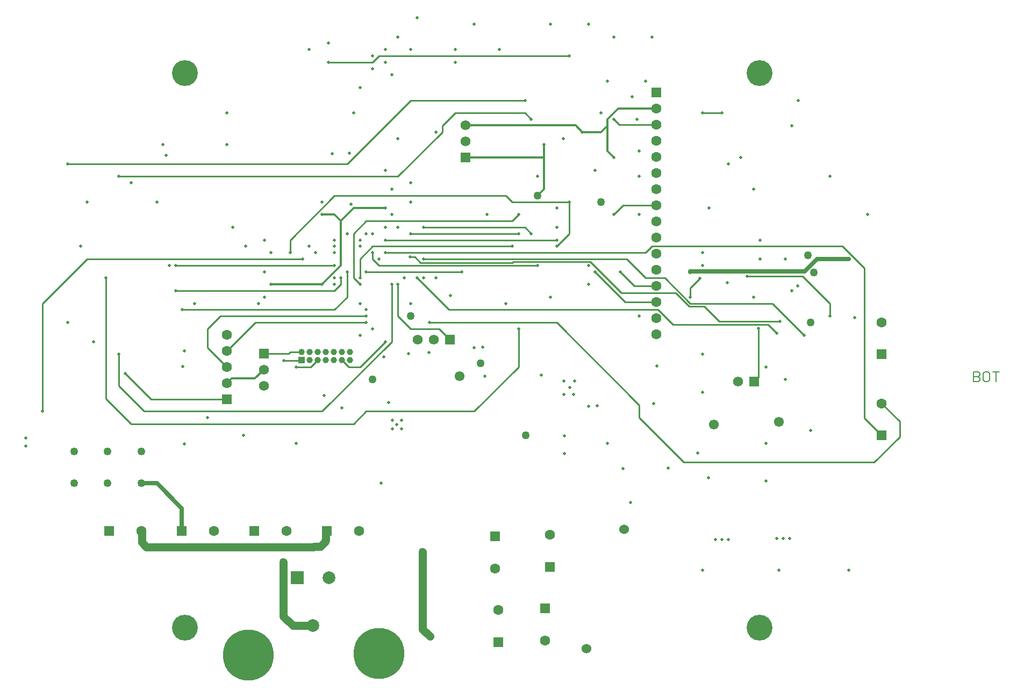
<source format=gbr>
%TF.GenerationSoftware,Altium Limited,Altium Designer,21.0.9 (235)*%
G04 Layer_Physical_Order=4*
G04 Layer_Color=16711680*
%FSLAX26Y26*%
%MOIN*%
%TF.SameCoordinates,5BE5EA85-216B-4E4C-B8B6-EAA837D7D1E1*%
%TF.FilePolarity,Positive*%
%TF.FileFunction,Copper,L4,Bot,Signal*%
%TF.Part,Single*%
G01*
G75*
%TA.AperFunction,Conductor*%
%ADD96C,0.010000*%
%ADD98C,0.025000*%
%ADD99C,0.012000*%
%ADD104C,0.050000*%
%TA.AperFunction,NonConductor*%
%ADD105C,0.006000*%
%TA.AperFunction,ComponentPad*%
%ADD106R,0.061811X0.061811*%
%ADD107C,0.061811*%
%ADD108C,0.078740*%
%ADD109R,0.078740X0.078740*%
%ADD110C,0.314961*%
%ADD111C,0.061024*%
%ADD112C,0.049213*%
%ADD113C,0.062992*%
%ADD114R,0.062992X0.062992*%
%TA.AperFunction,ViaPad*%
%ADD115C,0.160000*%
%TA.AperFunction,ComponentPad*%
%ADD116C,0.060000*%
%ADD117R,0.062992X0.062992*%
%ADD118R,0.039370X0.039370*%
%ADD119C,0.039370*%
%ADD120R,0.061811X0.061811*%
%TA.AperFunction,ViaPad*%
%ADD121C,0.020000*%
%ADD122C,0.019685*%
%ADD123C,0.050000*%
D96*
X7391315Y5128370D02*
X7559055Y4960630D01*
X7047244Y5128370D02*
X7391315D01*
X6685458Y4942630D02*
X6780519D01*
X6875148Y4848000D01*
X7118000Y4804294D02*
Y4807000D01*
X7115905Y4802199D02*
X7118000Y4804294D01*
X6495253Y4921260D02*
X6586513Y4830000D01*
X5196850Y4921260D02*
X6495253D01*
X6586513Y4830000D02*
X7176000D01*
X6603087Y5025000D02*
X6685458Y4942630D01*
X7115905Y4500905D02*
Y4802199D01*
X6267147Y5025000D02*
X6603087D01*
X6289842Y4970000D02*
X6485000D01*
X7176000Y4830000D02*
X7230000Y4776000D01*
X6875148Y4848000D02*
X7249000D01*
X7204724Y4960630D02*
X7401575Y4763779D01*
X6692913Y4960630D02*
X7204724D01*
X5000000Y5118110D02*
X5196850Y4921260D01*
X6535433Y5118110D02*
X6692913Y4960630D01*
X4724409Y5236221D02*
X4765252Y5195378D01*
X6073926Y5218221D02*
X6267147Y5025000D01*
X5596860Y5218221D02*
X6073926D01*
X5592018Y5213378D02*
X5596860Y5218221D01*
X4987458Y5248000D02*
X5022080Y5213378D01*
X4958000Y5248000D02*
X4987458D01*
X5022080Y5213378D02*
X5592018D01*
X4765252Y5195378D02*
X5748032D01*
X6347323Y5070000D02*
X6485000D01*
X6259842Y5157480D02*
X6347323Y5070000D01*
X6417323Y5118110D02*
X6535433D01*
X5039370Y5236221D02*
X6299213D01*
X6692913Y5000000D02*
Y5055913D01*
X6299213Y5236221D02*
X6417323Y5118110D01*
Y5275591D02*
X6456693Y5314961D01*
X4803150Y5275591D02*
X6417323D01*
X6692913Y5055913D02*
X6754000Y5117000D01*
X4763779Y6496063D02*
X5944882D01*
X4724409Y6456693D02*
X4763779Y6496063D01*
X4448819Y6456693D02*
X4724409D01*
X4566929Y5000000D02*
Y5157480D01*
X4488189Y4921260D02*
X4566929Y5000000D01*
X3543307Y4921260D02*
X4488189D01*
X3503937Y5196850D02*
X4488189D01*
X3188976Y4527559D02*
X3351535Y4365000D01*
X3821220D01*
X3503937Y5039370D02*
X4488189D01*
X4527559Y5078740D01*
Y5118110D01*
X5629921Y4566929D02*
Y4803150D01*
X5354331Y4291339D02*
X5629921Y4566929D01*
X4685039Y4291339D02*
X5354331D01*
X4606299Y4212598D02*
X4685039Y4291339D01*
X3228347Y4212598D02*
X4606299D01*
X3070866Y4370079D02*
X3228347Y4212598D01*
X3070866Y4370079D02*
Y5118110D01*
X3149606Y4448819D02*
Y4645669D01*
Y4448819D02*
X3307087Y4291339D01*
X4409449D01*
X4842520Y4724409D01*
Y5078740D01*
X4960630Y6220472D02*
X5669291D01*
X4566929Y5826772D02*
X4960630Y6220472D01*
X2834646Y5826772D02*
X4566929D01*
X3149606Y5748032D02*
X4881890D01*
X5157480Y6023622D01*
Y6062992D01*
X5236221Y6141732D01*
X5669291D01*
X5708661Y6102362D01*
X7559055Y4881890D02*
Y4960630D01*
X6278661Y5570000D02*
X6485000D01*
X6220472Y5511811D02*
X6278661Y5570000D01*
X6102362Y5157480D02*
X6289842Y4970000D01*
X4212598Y5275591D02*
Y5354331D01*
X4488189Y5629921D01*
X5551181D01*
X5590551Y5590551D01*
X5944882D01*
X5866142Y5314961D02*
X5944882Y5393701D01*
Y5590551D01*
X6252835Y6070000D02*
X6485000D01*
X6220472Y6102362D02*
X6252835Y6070000D01*
X6771654Y6141732D02*
X6889764D01*
X7090000Y4475000D02*
X7115905Y4500905D01*
X4606299Y5118110D02*
X4645669Y5078740D01*
X4606299Y5118110D02*
Y5393701D01*
X4685039Y5472441D01*
X5590551D01*
X5629921Y5511811D01*
X4645669Y5118110D02*
Y5236221D01*
X4724409Y5314961D01*
X5590551D01*
X4803150Y5354331D02*
X5866142D01*
X5669291Y5433071D02*
X5708661Y5393701D01*
X5039370Y5433071D02*
X5669291D01*
X4960630Y5393701D02*
X5629921D01*
X4724409Y5236221D02*
Y5275591D01*
X4685039Y5157480D02*
X5275591D01*
X3779528Y4881890D02*
X4685039D01*
X3700787Y4803150D02*
X3779528Y4881890D01*
X3700787Y4685433D02*
Y4803150D01*
Y4685433D02*
X3821220Y4565000D01*
X5078740Y4842520D02*
X5866142D01*
X6377953Y4330709D01*
Y4251968D02*
Y4330709D01*
Y4251968D02*
X6653543Y3976378D01*
X7834646D01*
X7992126Y4133858D01*
Y4227874D01*
X7880000Y4340000D02*
X7992126Y4227874D01*
X6456693Y5314961D02*
X7637795D01*
X7773382Y5179374D01*
Y4249767D02*
Y5179374D01*
Y4249767D02*
X7880000Y4143150D01*
X4281299Y4606299D02*
X4285000Y4610000D01*
X4173228Y4606299D02*
X4281299D01*
X4341929Y4566929D02*
X4385000Y4610000D01*
X4251968Y4566929D02*
X4341929D01*
X3998740Y4842520D02*
X4685039D01*
X3821220Y4665000D02*
X3998740Y4842520D01*
X4881890Y4881890D02*
Y5078740D01*
Y4881890D02*
X4960630Y4803150D01*
X5136850D01*
X5205000Y4735000D01*
X2952756Y5236221D02*
X4291339D01*
X2677165Y4960630D02*
X2952756Y5236221D01*
X2677165Y4291339D02*
Y4960630D01*
X4212598Y4660000D02*
X4285000D01*
X4202598Y4650000D02*
X4212598Y4660000D01*
X4050000Y4650000D02*
X4202598D01*
X4645669Y4566929D02*
X4803150Y4724409D01*
X4578071Y4566929D02*
X4645669D01*
X4535000Y4610000D02*
X4578071Y4566929D01*
X5911500Y4397500D02*
X5912000Y4397000D01*
X5911000Y4478000D02*
X5911500Y4477500D01*
D98*
X6694146Y5158713D02*
X7402807D01*
X6692913Y5157480D02*
X6694146Y5158713D01*
X7402807D02*
X7480315Y5236221D01*
X3290000Y3845000D02*
X3385827D01*
X3540000Y3690827D01*
Y3550000D02*
Y3690827D01*
X7480315Y5236221D02*
X7677165D01*
D99*
X5786260Y5865000D02*
X5787402Y5866142D01*
X5300000Y5865000D02*
X5786260D01*
X4409449Y5511811D02*
X4488189D01*
X4527559Y5472441D01*
X3994905Y4494905D02*
X4050000Y4550000D01*
X3851126Y4494905D02*
X3994905D01*
X3821220Y4465000D02*
X3851126Y4494905D01*
X4094488Y5078740D02*
X4409449D01*
X4527559Y5472441D02*
X4606299Y5551181D01*
X4803150D01*
X4409449Y5078740D02*
X4527559Y5196850D01*
Y5472441D01*
X5787402Y5866142D02*
Y5944882D01*
Y5669291D02*
Y5866142D01*
X5748032Y5629921D02*
X5787402Y5669291D01*
X6181102Y6062992D02*
Y6102362D01*
X6248740Y6170000D01*
X6485000D01*
X6141732Y6023622D02*
X6181102Y6062992D01*
X6023622Y6023622D02*
X6141732D01*
X6181102Y5905512D02*
Y6062992D01*
Y5905512D02*
X6220472Y5866142D01*
X5300000Y6065000D02*
X5982244D01*
X6023622Y6023622D01*
D104*
X4172000Y3020000D02*
Y3355000D01*
Y3020000D02*
X4228850Y2963150D01*
X4355000D01*
X5035000Y2941000D02*
X5079000Y2897000D01*
X5035000Y2941000D02*
Y3420000D01*
X3290000Y3550000D02*
X3292486Y3547514D01*
Y3479289D02*
Y3547514D01*
Y3479289D02*
X3321775Y3450000D01*
X4358000D01*
X4360000Y3452000D01*
X4400711D01*
X4430000Y3481289D01*
Y3491000D01*
X4433504Y3494504D01*
Y3543504D01*
X4440000Y3550000D01*
D105*
X8451000Y4535981D02*
Y4476000D01*
X8480990D01*
X8490987Y4485997D01*
Y4495993D01*
X8480990Y4505990D01*
X8451000D01*
X8480990D01*
X8490987Y4515987D01*
Y4525984D01*
X8480990Y4535981D01*
X8451000D01*
X8540971D02*
X8520977D01*
X8510981Y4525984D01*
Y4485997D01*
X8520977Y4476000D01*
X8540971D01*
X8550968Y4485997D01*
Y4525984D01*
X8540971Y4535981D01*
X8570961D02*
X8610948D01*
X8590955D01*
Y4476000D01*
D106*
X7090000Y4475000D02*
D03*
X5205000Y4735000D02*
D03*
D107*
X6990000Y4475000D02*
D03*
X5105000Y4735000D02*
D03*
X5005000D02*
D03*
X5300000Y5965000D02*
D03*
Y6065000D02*
D03*
X4050000Y4550000D02*
D03*
Y4450000D02*
D03*
D108*
X4453425Y3258425D02*
D03*
X4355000Y2963150D02*
D03*
D109*
X4256575Y3258425D02*
D03*
D110*
X3955000Y2780000D02*
D03*
X4765000Y2790000D02*
D03*
D111*
X6840000Y4210000D02*
D03*
X7245000Y4225000D02*
D03*
X5265000Y4510000D02*
D03*
D112*
X3290000Y3845000D02*
D03*
Y4041850D02*
D03*
X3080000Y3846575D02*
D03*
Y4043425D02*
D03*
X2875000Y3846575D02*
D03*
Y4043425D02*
D03*
D113*
X3740000Y3550000D02*
D03*
X3290000D02*
D03*
X4190000D02*
D03*
X3821220Y4765000D02*
D03*
Y4665000D02*
D03*
Y4465000D02*
D03*
Y4565000D02*
D03*
X5795000Y2870000D02*
D03*
X5825000Y3525000D02*
D03*
X5505000Y3060000D02*
D03*
X5485000Y3315000D02*
D03*
X4640000Y3550000D02*
D03*
X6485000Y4770000D02*
D03*
Y4870000D02*
D03*
Y5170000D02*
D03*
Y5270000D02*
D03*
Y5370000D02*
D03*
Y5570000D02*
D03*
Y5670000D02*
D03*
Y5870000D02*
D03*
Y6070000D02*
D03*
Y6170000D02*
D03*
Y5970000D02*
D03*
Y5770000D02*
D03*
Y5470000D02*
D03*
Y5070000D02*
D03*
Y4970000D02*
D03*
X7880000Y4340000D02*
D03*
Y4843425D02*
D03*
D114*
X3540000Y3550000D02*
D03*
X3090000D02*
D03*
X3990000D02*
D03*
X3821220Y4365000D02*
D03*
X4440000Y3550000D02*
D03*
X6485000Y6270000D02*
D03*
X7880000Y4143150D02*
D03*
Y4646575D02*
D03*
D115*
X7123627Y2950592D02*
D03*
X3561127D02*
D03*
Y6388092D02*
D03*
X7123627D02*
D03*
D116*
X6050000Y2820000D02*
D03*
X6282283Y3560157D02*
D03*
D117*
X5795000Y3070000D02*
D03*
X5825000Y3325000D02*
D03*
X5505000Y2860000D02*
D03*
X5485000Y3515000D02*
D03*
D118*
X4285000Y4610000D02*
D03*
D119*
Y4660000D02*
D03*
X4335000Y4610000D02*
D03*
Y4660000D02*
D03*
X4385000Y4610000D02*
D03*
Y4660000D02*
D03*
X4435000Y4610000D02*
D03*
Y4660000D02*
D03*
X4485000Y4610000D02*
D03*
Y4660000D02*
D03*
X4535000Y4610000D02*
D03*
Y4660000D02*
D03*
X4585000Y4610000D02*
D03*
Y4660000D02*
D03*
D120*
X5300000Y5865000D02*
D03*
X4050000Y4650000D02*
D03*
D121*
X7714000Y4874000D02*
D03*
X4823000Y4346000D02*
D03*
X6365000Y6102000D02*
D03*
X6333000Y6244000D02*
D03*
X5073000Y4655000D02*
D03*
X4947000Y4648000D02*
D03*
X5208000Y5010000D02*
D03*
X3548000Y4570000D02*
D03*
X3556000Y4667000D02*
D03*
X3445000Y5881000D02*
D03*
X2575000Y4075000D02*
D03*
Y4125000D02*
D03*
X6925000Y5088158D02*
D03*
X7249000Y4848000D02*
D03*
X7118000Y4807000D02*
D03*
X6754000Y5117000D02*
D03*
X4958000Y5248000D02*
D03*
X5946000Y4439000D02*
D03*
X5977000Y4479000D02*
D03*
X5911000Y4478000D02*
D03*
X5912000Y4397000D02*
D03*
X5970000D02*
D03*
X6807000Y3880000D02*
D03*
X6741000Y4033000D02*
D03*
X6323000Y3727000D02*
D03*
X4590000Y5576000D02*
D03*
X4475000Y5890000D02*
D03*
X4579000Y5894000D02*
D03*
X6064000Y4324000D02*
D03*
X6118000Y4325000D02*
D03*
X5422000Y4510000D02*
D03*
X5407000Y4691000D02*
D03*
X6278000Y3936000D02*
D03*
X6556000Y3938000D02*
D03*
X6488000Y4572000D02*
D03*
X5769000Y4516000D02*
D03*
X5914000Y4029000D02*
D03*
X5915000Y4141000D02*
D03*
X6468000Y4338000D02*
D03*
X4535000Y4314000D02*
D03*
X4423000Y4389000D02*
D03*
X4795000Y4631000D02*
D03*
X3925000Y4143000D02*
D03*
X3557000Y4091000D02*
D03*
X3700000Y4253000D02*
D03*
X4777000Y3847000D02*
D03*
D122*
X4960630Y5708661D02*
D03*
Y5590551D02*
D03*
X7360496Y5070184D02*
D03*
X7283465Y5236221D02*
D03*
X7047244Y5128370D02*
D03*
X7230000Y4776000D02*
D03*
X6062992Y5195378D02*
D03*
X5748032D02*
D03*
X6259842Y5157480D02*
D03*
X5039370Y5236221D02*
D03*
X7086614Y5000000D02*
D03*
X6692913D02*
D03*
X6771654Y5196850D02*
D03*
X6692913Y5157480D02*
D03*
X4724409Y6496063D02*
D03*
X4921260Y5118110D02*
D03*
X4448819Y6456693D02*
D03*
X4645669Y5314961D02*
D03*
X5944882Y6496063D02*
D03*
X4842520Y6377953D02*
D03*
Y5669291D02*
D03*
X5000000Y6732283D02*
D03*
X7125984Y5354331D02*
D03*
Y5236221D02*
D03*
X4488189Y5354331D02*
D03*
X2992126Y4724409D02*
D03*
X3543307Y4921260D02*
D03*
X4566929Y5157480D02*
D03*
X3503937Y5196850D02*
D03*
X4488189D02*
D03*
X4055118Y5354331D02*
D03*
X3622047Y4960630D02*
D03*
X3937008Y5314961D02*
D03*
X3188976Y4527559D02*
D03*
X4527559Y5118110D02*
D03*
X3503937Y5039370D02*
D03*
X3070866Y5118110D02*
D03*
X5629921Y4803150D02*
D03*
X4842520Y5078740D02*
D03*
X3149606Y4645669D02*
D03*
X2834646Y4842520D02*
D03*
Y5826772D02*
D03*
X5669291Y6220472D02*
D03*
X5708661Y6102362D02*
D03*
X3149606Y5748032D02*
D03*
X7322835Y6062992D02*
D03*
Y5039370D02*
D03*
X7362205Y6220472D02*
D03*
X4803150Y5787402D02*
D03*
X4763779Y5236221D02*
D03*
X4606299Y6141732D02*
D03*
X4566929Y5393701D02*
D03*
X4055118Y5000000D02*
D03*
X4488189Y5314961D02*
D03*
X7559055Y4881890D02*
D03*
X7007874Y5866142D02*
D03*
X6220472Y5511811D02*
D03*
X6102362Y5157480D02*
D03*
X5944882Y5590551D02*
D03*
X4212598Y5275591D02*
D03*
X5866142Y5314961D02*
D03*
X6220472Y6102362D02*
D03*
X5118110Y5118110D02*
D03*
X5039370D02*
D03*
X6889764Y6141732D02*
D03*
X6771654D02*
D03*
X3818898Y5944882D02*
D03*
Y6141732D02*
D03*
X4330709Y5314961D02*
D03*
Y6535433D02*
D03*
X4448819Y6574803D02*
D03*
X4370079Y5275591D02*
D03*
X5866142Y5551181D02*
D03*
X4645669Y4960630D02*
D03*
X5629921Y5511811D02*
D03*
X4645669Y5078740D02*
D03*
X5590551Y5314961D02*
D03*
X4645669Y5118110D02*
D03*
X5866142Y5433071D02*
D03*
X4685039Y4921260D02*
D03*
X5866142Y5354331D02*
D03*
X4803150D02*
D03*
X5039370Y5433071D02*
D03*
X5708661Y5393701D02*
D03*
X5629921D02*
D03*
X4960630D02*
D03*
X4488189Y5275591D02*
D03*
X4724409D02*
D03*
X4842520Y5511811D02*
D03*
X4488189Y5078740D02*
D03*
X4724409Y4803150D02*
D03*
X5354331Y4685039D02*
D03*
X5275591Y5157480D02*
D03*
X4685039D02*
D03*
Y4881890D02*
D03*
X5078740Y4842520D02*
D03*
X4803150Y5275591D02*
D03*
X7401575Y4763779D02*
D03*
X4645669D02*
D03*
X4173228Y4606299D02*
D03*
X4251968Y4566929D02*
D03*
X4685039Y4842520D02*
D03*
X4881890Y5078740D02*
D03*
Y6614173D02*
D03*
X4685039Y5393701D02*
D03*
X4724409Y6417323D02*
D03*
Y5393701D02*
D03*
X4960630Y6535433D02*
D03*
X5236221D02*
D03*
X5118110Y6023622D02*
D03*
X2677165Y4291339D02*
D03*
X4291339Y5236221D02*
D03*
X7086614Y5669291D02*
D03*
X6181102Y6338583D02*
D03*
X4094488Y5078740D02*
D03*
X4803150Y5551181D02*
D03*
X4409449Y5511811D02*
D03*
Y5078740D02*
D03*
X4015748Y4960630D02*
D03*
X4803150Y5433071D02*
D03*
X5787402Y5944882D02*
D03*
X5236221Y6456693D02*
D03*
X6417323Y6338583D02*
D03*
X7283465Y4488189D02*
D03*
X6023622Y6023622D02*
D03*
X6220472Y5866142D02*
D03*
X6062992Y5078740D02*
D03*
X7677165Y5236221D02*
D03*
Y3307087D02*
D03*
X4803150Y4724409D02*
D03*
X5000000Y5118110D02*
D03*
X4251968Y4094488D02*
D03*
X6181102D02*
D03*
X5748032Y5748032D02*
D03*
X3425197Y5944882D02*
D03*
X4881890Y5433071D02*
D03*
X4488189Y5118110D02*
D03*
X4645669Y5354331D02*
D03*
X4409449Y5590551D02*
D03*
X3385827D02*
D03*
X2952756D02*
D03*
X2913386Y5314961D02*
D03*
X3464567Y5196850D02*
D03*
X6102362Y5787402D02*
D03*
X6141732Y6141732D02*
D03*
X3858268Y5433071D02*
D03*
X5905512Y5984252D02*
D03*
X5354331Y6692913D02*
D03*
X6929134Y5826772D02*
D03*
X7559055Y5748032D02*
D03*
X5826772Y5000000D02*
D03*
X4803150Y6456693D02*
D03*
X7244095Y3307087D02*
D03*
X7165354Y4566929D02*
D03*
X5826772Y6692913D02*
D03*
X4803150Y6535433D02*
D03*
X6771654Y4645669D02*
D03*
X4094488Y5275591D02*
D03*
X7165354Y3858268D02*
D03*
X6377953Y5511811D02*
D03*
X4055118Y5157480D02*
D03*
X6811024Y5551181D02*
D03*
X6377953Y5748032D02*
D03*
X6771654Y3307087D02*
D03*
X4960630Y4960630D02*
D03*
X5433071Y5511811D02*
D03*
X6377953Y5905512D02*
D03*
X7795276Y5511811D02*
D03*
X7440945Y4173228D02*
D03*
X6771654Y5275591D02*
D03*
X4881890Y5984252D02*
D03*
X6062992Y6692913D02*
D03*
X4645669Y6299213D02*
D03*
X7165354Y4094488D02*
D03*
X6771654Y4409449D02*
D03*
X3228347Y5708661D02*
D03*
X6456693Y6614173D02*
D03*
X6377953Y4881890D02*
D03*
X6220472Y6614173D02*
D03*
X5511811Y6535433D02*
D03*
X5551181Y4960630D02*
D03*
X4875000Y4210000D02*
D03*
X4904134Y4237165D02*
D03*
Y4182835D02*
D03*
X4845866Y4237165D02*
D03*
Y4182835D02*
D03*
X6930551Y3495000D02*
D03*
X6890000D02*
D03*
X6849449D02*
D03*
X7310551Y3503150D02*
D03*
X7270000D02*
D03*
X7229449D02*
D03*
D123*
X7424000Y5260000D02*
D03*
X7462044Y5153603D02*
D03*
X4724409Y4488189D02*
D03*
X4172000Y3355000D02*
D03*
X4960630Y4881890D02*
D03*
X5748032Y5629921D02*
D03*
X7440945Y4842520D02*
D03*
X6141732Y5590551D02*
D03*
X5035000Y3420000D02*
D03*
X5079000Y2897000D02*
D03*
X5674000Y4142000D02*
D03*
X5394000Y4589000D02*
D03*
%TF.MD5,16b1c1a69117133eeb92e7f50b7bcd4b*%
M02*

</source>
